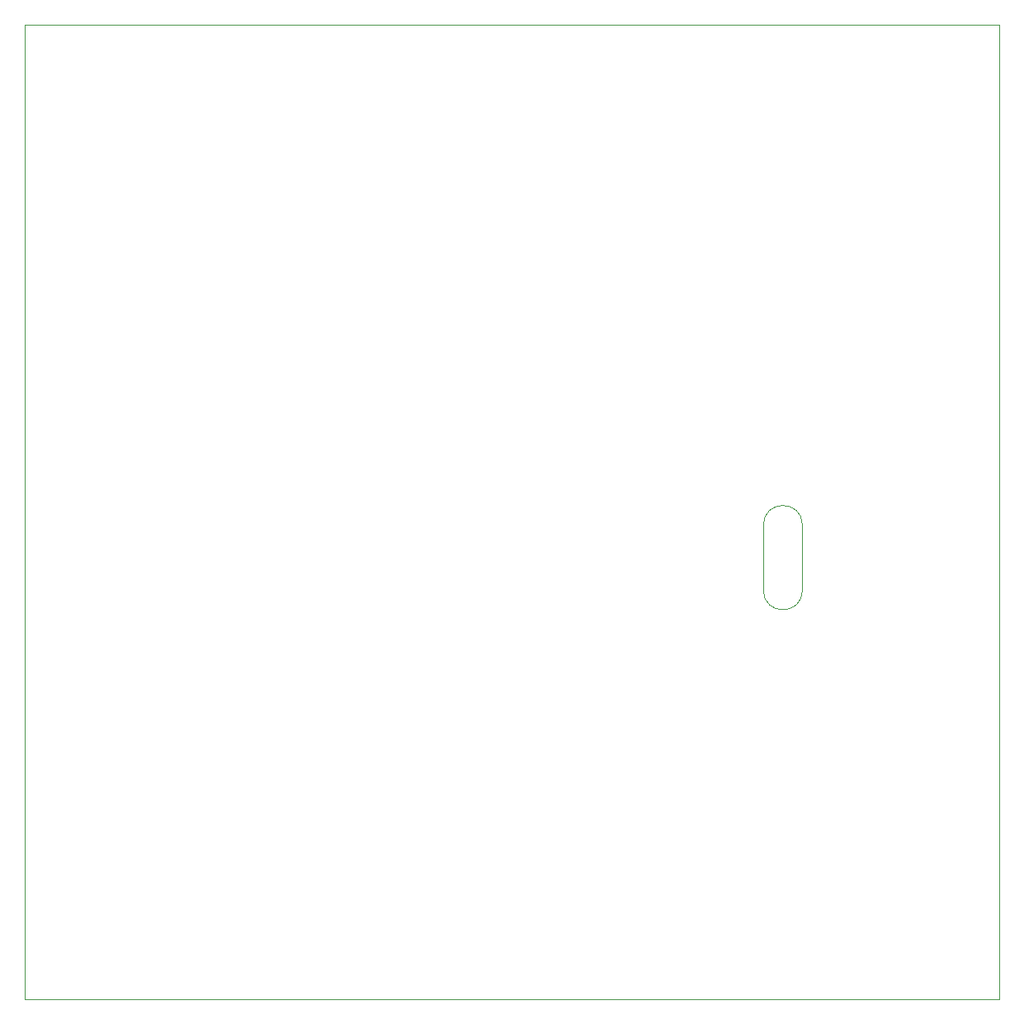
<source format=gm1>
G04 #@! TF.GenerationSoftware,KiCad,Pcbnew,(5.1.5)-3*
G04 #@! TF.CreationDate,2025-02-09T11:39:34+01:00*
G04 #@! TF.ProjectId,ESP32-cnc,45535033-322d-4636-9e63-2e6b69636164,rev?*
G04 #@! TF.SameCoordinates,Original*
G04 #@! TF.FileFunction,Profile,NP*
%FSLAX46Y46*%
G04 Gerber Fmt 4.6, Leading zero omitted, Abs format (unit mm)*
G04 Created by KiCad (PCBNEW (5.1.5)-3) date 2025-02-09 11:39:34*
%MOMM*%
%LPD*%
G04 APERTURE LIST*
%ADD10C,0.050000*%
%ADD11C,0.120000*%
G04 APERTURE END LIST*
D10*
X90768800Y-86359500D02*
X90768800Y-93059500D01*
X94768800Y-86359500D02*
X94768800Y-93059500D01*
X90768800Y-86359500D02*
G75*
G02X94768800Y-86359500I2000000J0D01*
G01*
X94768800Y-93059500D02*
G75*
G02X90768800Y-93059500I-2000000J0D01*
G01*
D11*
X15000000Y-135000000D02*
X115000000Y-135000000D01*
X115000000Y-135000000D02*
X115000000Y-35000000D01*
X15000000Y-35000000D02*
X15000000Y-135000000D01*
X15000000Y-35000000D02*
X115000000Y-35000000D01*
M02*

</source>
